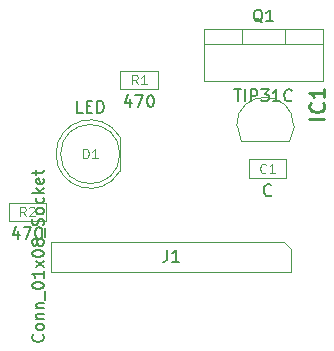
<source format=gbr>
G04 #@! TF.GenerationSoftware,KiCad,Pcbnew,9.0.0*
G04 #@! TF.CreationDate,2025-10-07T06:41:58-03:00*
G04 #@! TF.ProjectId,control temperatura_v3,636f6e74-726f-46c2-9074-656d70657261,rev?*
G04 #@! TF.SameCoordinates,Original*
G04 #@! TF.FileFunction,AssemblyDrawing,Top*
%FSLAX46Y46*%
G04 Gerber Fmt 4.6, Leading zero omitted, Abs format (unit mm)*
G04 Created by KiCad (PCBNEW 9.0.0) date 2025-10-07 06:41:58*
%MOMM*%
%LPD*%
G01*
G04 APERTURE LIST*
%ADD10C,0.150000*%
%ADD11C,0.120000*%
%ADD12C,0.254000*%
%ADD13C,0.100000*%
G04 APERTURE END LIST*
D10*
X130099580Y-81820239D02*
X130147200Y-81867858D01*
X130147200Y-81867858D02*
X130194819Y-82010715D01*
X130194819Y-82010715D02*
X130194819Y-82105953D01*
X130194819Y-82105953D02*
X130147200Y-82248810D01*
X130147200Y-82248810D02*
X130051961Y-82344048D01*
X130051961Y-82344048D02*
X129956723Y-82391667D01*
X129956723Y-82391667D02*
X129766247Y-82439286D01*
X129766247Y-82439286D02*
X129623390Y-82439286D01*
X129623390Y-82439286D02*
X129432914Y-82391667D01*
X129432914Y-82391667D02*
X129337676Y-82344048D01*
X129337676Y-82344048D02*
X129242438Y-82248810D01*
X129242438Y-82248810D02*
X129194819Y-82105953D01*
X129194819Y-82105953D02*
X129194819Y-82010715D01*
X129194819Y-82010715D02*
X129242438Y-81867858D01*
X129242438Y-81867858D02*
X129290057Y-81820239D01*
X130194819Y-81248810D02*
X130147200Y-81344048D01*
X130147200Y-81344048D02*
X130099580Y-81391667D01*
X130099580Y-81391667D02*
X130004342Y-81439286D01*
X130004342Y-81439286D02*
X129718628Y-81439286D01*
X129718628Y-81439286D02*
X129623390Y-81391667D01*
X129623390Y-81391667D02*
X129575771Y-81344048D01*
X129575771Y-81344048D02*
X129528152Y-81248810D01*
X129528152Y-81248810D02*
X129528152Y-81105953D01*
X129528152Y-81105953D02*
X129575771Y-81010715D01*
X129575771Y-81010715D02*
X129623390Y-80963096D01*
X129623390Y-80963096D02*
X129718628Y-80915477D01*
X129718628Y-80915477D02*
X130004342Y-80915477D01*
X130004342Y-80915477D02*
X130099580Y-80963096D01*
X130099580Y-80963096D02*
X130147200Y-81010715D01*
X130147200Y-81010715D02*
X130194819Y-81105953D01*
X130194819Y-81105953D02*
X130194819Y-81248810D01*
X129528152Y-80486905D02*
X130194819Y-80486905D01*
X129623390Y-80486905D02*
X129575771Y-80439286D01*
X129575771Y-80439286D02*
X129528152Y-80344048D01*
X129528152Y-80344048D02*
X129528152Y-80201191D01*
X129528152Y-80201191D02*
X129575771Y-80105953D01*
X129575771Y-80105953D02*
X129671009Y-80058334D01*
X129671009Y-80058334D02*
X130194819Y-80058334D01*
X129528152Y-79582143D02*
X130194819Y-79582143D01*
X129623390Y-79582143D02*
X129575771Y-79534524D01*
X129575771Y-79534524D02*
X129528152Y-79439286D01*
X129528152Y-79439286D02*
X129528152Y-79296429D01*
X129528152Y-79296429D02*
X129575771Y-79201191D01*
X129575771Y-79201191D02*
X129671009Y-79153572D01*
X129671009Y-79153572D02*
X130194819Y-79153572D01*
X130290057Y-78915477D02*
X130290057Y-78153572D01*
X129194819Y-77725000D02*
X129194819Y-77629762D01*
X129194819Y-77629762D02*
X129242438Y-77534524D01*
X129242438Y-77534524D02*
X129290057Y-77486905D01*
X129290057Y-77486905D02*
X129385295Y-77439286D01*
X129385295Y-77439286D02*
X129575771Y-77391667D01*
X129575771Y-77391667D02*
X129813866Y-77391667D01*
X129813866Y-77391667D02*
X130004342Y-77439286D01*
X130004342Y-77439286D02*
X130099580Y-77486905D01*
X130099580Y-77486905D02*
X130147200Y-77534524D01*
X130147200Y-77534524D02*
X130194819Y-77629762D01*
X130194819Y-77629762D02*
X130194819Y-77725000D01*
X130194819Y-77725000D02*
X130147200Y-77820238D01*
X130147200Y-77820238D02*
X130099580Y-77867857D01*
X130099580Y-77867857D02*
X130004342Y-77915476D01*
X130004342Y-77915476D02*
X129813866Y-77963095D01*
X129813866Y-77963095D02*
X129575771Y-77963095D01*
X129575771Y-77963095D02*
X129385295Y-77915476D01*
X129385295Y-77915476D02*
X129290057Y-77867857D01*
X129290057Y-77867857D02*
X129242438Y-77820238D01*
X129242438Y-77820238D02*
X129194819Y-77725000D01*
X130194819Y-76439286D02*
X130194819Y-77010714D01*
X130194819Y-76725000D02*
X129194819Y-76725000D01*
X129194819Y-76725000D02*
X129337676Y-76820238D01*
X129337676Y-76820238D02*
X129432914Y-76915476D01*
X129432914Y-76915476D02*
X129480533Y-77010714D01*
X130194819Y-76105952D02*
X129528152Y-75582143D01*
X129528152Y-76105952D02*
X130194819Y-75582143D01*
X129194819Y-75010714D02*
X129194819Y-74915476D01*
X129194819Y-74915476D02*
X129242438Y-74820238D01*
X129242438Y-74820238D02*
X129290057Y-74772619D01*
X129290057Y-74772619D02*
X129385295Y-74725000D01*
X129385295Y-74725000D02*
X129575771Y-74677381D01*
X129575771Y-74677381D02*
X129813866Y-74677381D01*
X129813866Y-74677381D02*
X130004342Y-74725000D01*
X130004342Y-74725000D02*
X130099580Y-74772619D01*
X130099580Y-74772619D02*
X130147200Y-74820238D01*
X130147200Y-74820238D02*
X130194819Y-74915476D01*
X130194819Y-74915476D02*
X130194819Y-75010714D01*
X130194819Y-75010714D02*
X130147200Y-75105952D01*
X130147200Y-75105952D02*
X130099580Y-75153571D01*
X130099580Y-75153571D02*
X130004342Y-75201190D01*
X130004342Y-75201190D02*
X129813866Y-75248809D01*
X129813866Y-75248809D02*
X129575771Y-75248809D01*
X129575771Y-75248809D02*
X129385295Y-75201190D01*
X129385295Y-75201190D02*
X129290057Y-75153571D01*
X129290057Y-75153571D02*
X129242438Y-75105952D01*
X129242438Y-75105952D02*
X129194819Y-75010714D01*
X129623390Y-74105952D02*
X129575771Y-74201190D01*
X129575771Y-74201190D02*
X129528152Y-74248809D01*
X129528152Y-74248809D02*
X129432914Y-74296428D01*
X129432914Y-74296428D02*
X129385295Y-74296428D01*
X129385295Y-74296428D02*
X129290057Y-74248809D01*
X129290057Y-74248809D02*
X129242438Y-74201190D01*
X129242438Y-74201190D02*
X129194819Y-74105952D01*
X129194819Y-74105952D02*
X129194819Y-73915476D01*
X129194819Y-73915476D02*
X129242438Y-73820238D01*
X129242438Y-73820238D02*
X129290057Y-73772619D01*
X129290057Y-73772619D02*
X129385295Y-73725000D01*
X129385295Y-73725000D02*
X129432914Y-73725000D01*
X129432914Y-73725000D02*
X129528152Y-73772619D01*
X129528152Y-73772619D02*
X129575771Y-73820238D01*
X129575771Y-73820238D02*
X129623390Y-73915476D01*
X129623390Y-73915476D02*
X129623390Y-74105952D01*
X129623390Y-74105952D02*
X129671009Y-74201190D01*
X129671009Y-74201190D02*
X129718628Y-74248809D01*
X129718628Y-74248809D02*
X129813866Y-74296428D01*
X129813866Y-74296428D02*
X130004342Y-74296428D01*
X130004342Y-74296428D02*
X130099580Y-74248809D01*
X130099580Y-74248809D02*
X130147200Y-74201190D01*
X130147200Y-74201190D02*
X130194819Y-74105952D01*
X130194819Y-74105952D02*
X130194819Y-73915476D01*
X130194819Y-73915476D02*
X130147200Y-73820238D01*
X130147200Y-73820238D02*
X130099580Y-73772619D01*
X130099580Y-73772619D02*
X130004342Y-73725000D01*
X130004342Y-73725000D02*
X129813866Y-73725000D01*
X129813866Y-73725000D02*
X129718628Y-73772619D01*
X129718628Y-73772619D02*
X129671009Y-73820238D01*
X129671009Y-73820238D02*
X129623390Y-73915476D01*
X130290057Y-73534524D02*
X130290057Y-72772619D01*
X130147200Y-72582142D02*
X130194819Y-72439285D01*
X130194819Y-72439285D02*
X130194819Y-72201190D01*
X130194819Y-72201190D02*
X130147200Y-72105952D01*
X130147200Y-72105952D02*
X130099580Y-72058333D01*
X130099580Y-72058333D02*
X130004342Y-72010714D01*
X130004342Y-72010714D02*
X129909104Y-72010714D01*
X129909104Y-72010714D02*
X129813866Y-72058333D01*
X129813866Y-72058333D02*
X129766247Y-72105952D01*
X129766247Y-72105952D02*
X129718628Y-72201190D01*
X129718628Y-72201190D02*
X129671009Y-72391666D01*
X129671009Y-72391666D02*
X129623390Y-72486904D01*
X129623390Y-72486904D02*
X129575771Y-72534523D01*
X129575771Y-72534523D02*
X129480533Y-72582142D01*
X129480533Y-72582142D02*
X129385295Y-72582142D01*
X129385295Y-72582142D02*
X129290057Y-72534523D01*
X129290057Y-72534523D02*
X129242438Y-72486904D01*
X129242438Y-72486904D02*
X129194819Y-72391666D01*
X129194819Y-72391666D02*
X129194819Y-72153571D01*
X129194819Y-72153571D02*
X129242438Y-72010714D01*
X130194819Y-71439285D02*
X130147200Y-71534523D01*
X130147200Y-71534523D02*
X130099580Y-71582142D01*
X130099580Y-71582142D02*
X130004342Y-71629761D01*
X130004342Y-71629761D02*
X129718628Y-71629761D01*
X129718628Y-71629761D02*
X129623390Y-71582142D01*
X129623390Y-71582142D02*
X129575771Y-71534523D01*
X129575771Y-71534523D02*
X129528152Y-71439285D01*
X129528152Y-71439285D02*
X129528152Y-71296428D01*
X129528152Y-71296428D02*
X129575771Y-71201190D01*
X129575771Y-71201190D02*
X129623390Y-71153571D01*
X129623390Y-71153571D02*
X129718628Y-71105952D01*
X129718628Y-71105952D02*
X130004342Y-71105952D01*
X130004342Y-71105952D02*
X130099580Y-71153571D01*
X130099580Y-71153571D02*
X130147200Y-71201190D01*
X130147200Y-71201190D02*
X130194819Y-71296428D01*
X130194819Y-71296428D02*
X130194819Y-71439285D01*
X130147200Y-70248809D02*
X130194819Y-70344047D01*
X130194819Y-70344047D02*
X130194819Y-70534523D01*
X130194819Y-70534523D02*
X130147200Y-70629761D01*
X130147200Y-70629761D02*
X130099580Y-70677380D01*
X130099580Y-70677380D02*
X130004342Y-70724999D01*
X130004342Y-70724999D02*
X129718628Y-70724999D01*
X129718628Y-70724999D02*
X129623390Y-70677380D01*
X129623390Y-70677380D02*
X129575771Y-70629761D01*
X129575771Y-70629761D02*
X129528152Y-70534523D01*
X129528152Y-70534523D02*
X129528152Y-70344047D01*
X129528152Y-70344047D02*
X129575771Y-70248809D01*
X130194819Y-69820237D02*
X129194819Y-69820237D01*
X129813866Y-69724999D02*
X130194819Y-69439285D01*
X129528152Y-69439285D02*
X129909104Y-69820237D01*
X130147200Y-68629761D02*
X130194819Y-68724999D01*
X130194819Y-68724999D02*
X130194819Y-68915475D01*
X130194819Y-68915475D02*
X130147200Y-69010713D01*
X130147200Y-69010713D02*
X130051961Y-69058332D01*
X130051961Y-69058332D02*
X129671009Y-69058332D01*
X129671009Y-69058332D02*
X129575771Y-69010713D01*
X129575771Y-69010713D02*
X129528152Y-68915475D01*
X129528152Y-68915475D02*
X129528152Y-68724999D01*
X129528152Y-68724999D02*
X129575771Y-68629761D01*
X129575771Y-68629761D02*
X129671009Y-68582142D01*
X129671009Y-68582142D02*
X129766247Y-68582142D01*
X129766247Y-68582142D02*
X129861485Y-69058332D01*
X129528152Y-68296427D02*
X129528152Y-67915475D01*
X129194819Y-68153570D02*
X130051961Y-68153570D01*
X130051961Y-68153570D02*
X130147200Y-68105951D01*
X130147200Y-68105951D02*
X130194819Y-68010713D01*
X130194819Y-68010713D02*
X130194819Y-67915475D01*
X140626666Y-74679819D02*
X140626666Y-75394104D01*
X140626666Y-75394104D02*
X140579047Y-75536961D01*
X140579047Y-75536961D02*
X140483809Y-75632200D01*
X140483809Y-75632200D02*
X140340952Y-75679819D01*
X140340952Y-75679819D02*
X140245714Y-75679819D01*
X141626666Y-75679819D02*
X141055238Y-75679819D01*
X141340952Y-75679819D02*
X141340952Y-74679819D01*
X141340952Y-74679819D02*
X141245714Y-74822676D01*
X141245714Y-74822676D02*
X141150476Y-74917914D01*
X141150476Y-74917914D02*
X141055238Y-74965533D01*
X128038095Y-73058152D02*
X128038095Y-73724819D01*
X127800000Y-72677200D02*
X127561905Y-73391485D01*
X127561905Y-73391485D02*
X128180952Y-73391485D01*
X128466667Y-72724819D02*
X129133333Y-72724819D01*
X129133333Y-72724819D02*
X128704762Y-73724819D01*
X129704762Y-72724819D02*
X129800000Y-72724819D01*
X129800000Y-72724819D02*
X129895238Y-72772438D01*
X129895238Y-72772438D02*
X129942857Y-72820057D01*
X129942857Y-72820057D02*
X129990476Y-72915295D01*
X129990476Y-72915295D02*
X130038095Y-73105771D01*
X130038095Y-73105771D02*
X130038095Y-73343866D01*
X130038095Y-73343866D02*
X129990476Y-73534342D01*
X129990476Y-73534342D02*
X129942857Y-73629580D01*
X129942857Y-73629580D02*
X129895238Y-73677200D01*
X129895238Y-73677200D02*
X129800000Y-73724819D01*
X129800000Y-73724819D02*
X129704762Y-73724819D01*
X129704762Y-73724819D02*
X129609524Y-73677200D01*
X129609524Y-73677200D02*
X129561905Y-73629580D01*
X129561905Y-73629580D02*
X129514286Y-73534342D01*
X129514286Y-73534342D02*
X129466667Y-73343866D01*
X129466667Y-73343866D02*
X129466667Y-73105771D01*
X129466667Y-73105771D02*
X129514286Y-72915295D01*
X129514286Y-72915295D02*
X129561905Y-72820057D01*
X129561905Y-72820057D02*
X129609524Y-72772438D01*
X129609524Y-72772438D02*
X129704762Y-72724819D01*
D11*
X128666667Y-71813855D02*
X128400000Y-71432902D01*
X128209524Y-71813855D02*
X128209524Y-71013855D01*
X128209524Y-71013855D02*
X128514286Y-71013855D01*
X128514286Y-71013855D02*
X128590476Y-71051950D01*
X128590476Y-71051950D02*
X128628571Y-71090045D01*
X128628571Y-71090045D02*
X128666667Y-71166236D01*
X128666667Y-71166236D02*
X128666667Y-71280521D01*
X128666667Y-71280521D02*
X128628571Y-71356712D01*
X128628571Y-71356712D02*
X128590476Y-71394807D01*
X128590476Y-71394807D02*
X128514286Y-71432902D01*
X128514286Y-71432902D02*
X128209524Y-71432902D01*
X128971428Y-71090045D02*
X129009524Y-71051950D01*
X129009524Y-71051950D02*
X129085714Y-71013855D01*
X129085714Y-71013855D02*
X129276190Y-71013855D01*
X129276190Y-71013855D02*
X129352381Y-71051950D01*
X129352381Y-71051950D02*
X129390476Y-71090045D01*
X129390476Y-71090045D02*
X129428571Y-71166236D01*
X129428571Y-71166236D02*
X129428571Y-71242426D01*
X129428571Y-71242426D02*
X129390476Y-71356712D01*
X129390476Y-71356712D02*
X128933333Y-71813855D01*
X128933333Y-71813855D02*
X129428571Y-71813855D01*
D12*
X153949318Y-63539762D02*
X152679318Y-63539762D01*
X153828365Y-62209285D02*
X153888842Y-62269761D01*
X153888842Y-62269761D02*
X153949318Y-62451190D01*
X153949318Y-62451190D02*
X153949318Y-62572142D01*
X153949318Y-62572142D02*
X153888842Y-62753571D01*
X153888842Y-62753571D02*
X153767889Y-62874523D01*
X153767889Y-62874523D02*
X153646937Y-62935000D01*
X153646937Y-62935000D02*
X153405032Y-62995476D01*
X153405032Y-62995476D02*
X153223603Y-62995476D01*
X153223603Y-62995476D02*
X152981699Y-62935000D01*
X152981699Y-62935000D02*
X152860746Y-62874523D01*
X152860746Y-62874523D02*
X152739794Y-62753571D01*
X152739794Y-62753571D02*
X152679318Y-62572142D01*
X152679318Y-62572142D02*
X152679318Y-62451190D01*
X152679318Y-62451190D02*
X152739794Y-62269761D01*
X152739794Y-62269761D02*
X152800270Y-62209285D01*
X153949318Y-60999761D02*
X153949318Y-61725476D01*
X153949318Y-61362619D02*
X152679318Y-61362619D01*
X152679318Y-61362619D02*
X152860746Y-61483571D01*
X152860746Y-61483571D02*
X152981699Y-61604523D01*
X152981699Y-61604523D02*
X153042175Y-61725476D01*
D10*
X133469142Y-63042819D02*
X132992952Y-63042819D01*
X132992952Y-63042819D02*
X132992952Y-62042819D01*
X133802476Y-62519009D02*
X134135809Y-62519009D01*
X134278666Y-63042819D02*
X133802476Y-63042819D01*
X133802476Y-63042819D02*
X133802476Y-62042819D01*
X133802476Y-62042819D02*
X134278666Y-62042819D01*
X134707238Y-63042819D02*
X134707238Y-62042819D01*
X134707238Y-62042819D02*
X134945333Y-62042819D01*
X134945333Y-62042819D02*
X135088190Y-62090438D01*
X135088190Y-62090438D02*
X135183428Y-62185676D01*
X135183428Y-62185676D02*
X135231047Y-62280914D01*
X135231047Y-62280914D02*
X135278666Y-62471390D01*
X135278666Y-62471390D02*
X135278666Y-62614247D01*
X135278666Y-62614247D02*
X135231047Y-62804723D01*
X135231047Y-62804723D02*
X135183428Y-62899961D01*
X135183428Y-62899961D02*
X135088190Y-62995200D01*
X135088190Y-62995200D02*
X134945333Y-63042819D01*
X134945333Y-63042819D02*
X134707238Y-63042819D01*
D11*
X133521524Y-66911855D02*
X133521524Y-66111855D01*
X133521524Y-66111855D02*
X133712000Y-66111855D01*
X133712000Y-66111855D02*
X133826286Y-66149950D01*
X133826286Y-66149950D02*
X133902476Y-66226140D01*
X133902476Y-66226140D02*
X133940571Y-66302331D01*
X133940571Y-66302331D02*
X133978667Y-66454712D01*
X133978667Y-66454712D02*
X133978667Y-66568998D01*
X133978667Y-66568998D02*
X133940571Y-66721379D01*
X133940571Y-66721379D02*
X133902476Y-66797569D01*
X133902476Y-66797569D02*
X133826286Y-66873760D01*
X133826286Y-66873760D02*
X133712000Y-66911855D01*
X133712000Y-66911855D02*
X133521524Y-66911855D01*
X134740571Y-66911855D02*
X134283428Y-66911855D01*
X134512000Y-66911855D02*
X134512000Y-66111855D01*
X134512000Y-66111855D02*
X134435809Y-66226140D01*
X134435809Y-66226140D02*
X134359619Y-66302331D01*
X134359619Y-66302331D02*
X134283428Y-66340426D01*
D10*
X146313810Y-61079819D02*
X146885238Y-61079819D01*
X146599524Y-62079819D02*
X146599524Y-61079819D01*
X147218572Y-62079819D02*
X147218572Y-61079819D01*
X147694762Y-62079819D02*
X147694762Y-61079819D01*
X147694762Y-61079819D02*
X148075714Y-61079819D01*
X148075714Y-61079819D02*
X148170952Y-61127438D01*
X148170952Y-61127438D02*
X148218571Y-61175057D01*
X148218571Y-61175057D02*
X148266190Y-61270295D01*
X148266190Y-61270295D02*
X148266190Y-61413152D01*
X148266190Y-61413152D02*
X148218571Y-61508390D01*
X148218571Y-61508390D02*
X148170952Y-61556009D01*
X148170952Y-61556009D02*
X148075714Y-61603628D01*
X148075714Y-61603628D02*
X147694762Y-61603628D01*
X148599524Y-61079819D02*
X149218571Y-61079819D01*
X149218571Y-61079819D02*
X148885238Y-61460771D01*
X148885238Y-61460771D02*
X149028095Y-61460771D01*
X149028095Y-61460771D02*
X149123333Y-61508390D01*
X149123333Y-61508390D02*
X149170952Y-61556009D01*
X149170952Y-61556009D02*
X149218571Y-61651247D01*
X149218571Y-61651247D02*
X149218571Y-61889342D01*
X149218571Y-61889342D02*
X149170952Y-61984580D01*
X149170952Y-61984580D02*
X149123333Y-62032200D01*
X149123333Y-62032200D02*
X149028095Y-62079819D01*
X149028095Y-62079819D02*
X148742381Y-62079819D01*
X148742381Y-62079819D02*
X148647143Y-62032200D01*
X148647143Y-62032200D02*
X148599524Y-61984580D01*
X150170952Y-62079819D02*
X149599524Y-62079819D01*
X149885238Y-62079819D02*
X149885238Y-61079819D01*
X149885238Y-61079819D02*
X149790000Y-61222676D01*
X149790000Y-61222676D02*
X149694762Y-61317914D01*
X149694762Y-61317914D02*
X149599524Y-61365533D01*
X151170952Y-61984580D02*
X151123333Y-62032200D01*
X151123333Y-62032200D02*
X150980476Y-62079819D01*
X150980476Y-62079819D02*
X150885238Y-62079819D01*
X150885238Y-62079819D02*
X150742381Y-62032200D01*
X150742381Y-62032200D02*
X150647143Y-61936961D01*
X150647143Y-61936961D02*
X150599524Y-61841723D01*
X150599524Y-61841723D02*
X150551905Y-61651247D01*
X150551905Y-61651247D02*
X150551905Y-61508390D01*
X150551905Y-61508390D02*
X150599524Y-61317914D01*
X150599524Y-61317914D02*
X150647143Y-61222676D01*
X150647143Y-61222676D02*
X150742381Y-61127438D01*
X150742381Y-61127438D02*
X150885238Y-61079819D01*
X150885238Y-61079819D02*
X150980476Y-61079819D01*
X150980476Y-61079819D02*
X151123333Y-61127438D01*
X151123333Y-61127438D02*
X151170952Y-61175057D01*
X148694761Y-55405057D02*
X148599523Y-55357438D01*
X148599523Y-55357438D02*
X148504285Y-55262200D01*
X148504285Y-55262200D02*
X148361428Y-55119342D01*
X148361428Y-55119342D02*
X148266190Y-55071723D01*
X148266190Y-55071723D02*
X148170952Y-55071723D01*
X148218571Y-55309819D02*
X148123333Y-55262200D01*
X148123333Y-55262200D02*
X148028095Y-55166961D01*
X148028095Y-55166961D02*
X147980476Y-54976485D01*
X147980476Y-54976485D02*
X147980476Y-54643152D01*
X147980476Y-54643152D02*
X148028095Y-54452676D01*
X148028095Y-54452676D02*
X148123333Y-54357438D01*
X148123333Y-54357438D02*
X148218571Y-54309819D01*
X148218571Y-54309819D02*
X148409047Y-54309819D01*
X148409047Y-54309819D02*
X148504285Y-54357438D01*
X148504285Y-54357438D02*
X148599523Y-54452676D01*
X148599523Y-54452676D02*
X148647142Y-54643152D01*
X148647142Y-54643152D02*
X148647142Y-54976485D01*
X148647142Y-54976485D02*
X148599523Y-55166961D01*
X148599523Y-55166961D02*
X148504285Y-55262200D01*
X148504285Y-55262200D02*
X148409047Y-55309819D01*
X148409047Y-55309819D02*
X148218571Y-55309819D01*
X149599523Y-55309819D02*
X149028095Y-55309819D01*
X149313809Y-55309819D02*
X149313809Y-54309819D01*
X149313809Y-54309819D02*
X149218571Y-54452676D01*
X149218571Y-54452676D02*
X149123333Y-54547914D01*
X149123333Y-54547914D02*
X149028095Y-54595533D01*
X149434523Y-70009580D02*
X149386904Y-70057200D01*
X149386904Y-70057200D02*
X149244047Y-70104819D01*
X149244047Y-70104819D02*
X149148809Y-70104819D01*
X149148809Y-70104819D02*
X149005952Y-70057200D01*
X149005952Y-70057200D02*
X148910714Y-69961961D01*
X148910714Y-69961961D02*
X148863095Y-69866723D01*
X148863095Y-69866723D02*
X148815476Y-69676247D01*
X148815476Y-69676247D02*
X148815476Y-69533390D01*
X148815476Y-69533390D02*
X148863095Y-69342914D01*
X148863095Y-69342914D02*
X148910714Y-69247676D01*
X148910714Y-69247676D02*
X149005952Y-69152438D01*
X149005952Y-69152438D02*
X149148809Y-69104819D01*
X149148809Y-69104819D02*
X149244047Y-69104819D01*
X149244047Y-69104819D02*
X149386904Y-69152438D01*
X149386904Y-69152438D02*
X149434523Y-69200057D01*
D11*
X148991667Y-68087664D02*
X148953571Y-68125760D01*
X148953571Y-68125760D02*
X148839286Y-68163855D01*
X148839286Y-68163855D02*
X148763095Y-68163855D01*
X148763095Y-68163855D02*
X148648809Y-68125760D01*
X148648809Y-68125760D02*
X148572619Y-68049569D01*
X148572619Y-68049569D02*
X148534524Y-67973379D01*
X148534524Y-67973379D02*
X148496428Y-67820998D01*
X148496428Y-67820998D02*
X148496428Y-67706712D01*
X148496428Y-67706712D02*
X148534524Y-67554331D01*
X148534524Y-67554331D02*
X148572619Y-67478140D01*
X148572619Y-67478140D02*
X148648809Y-67401950D01*
X148648809Y-67401950D02*
X148763095Y-67363855D01*
X148763095Y-67363855D02*
X148839286Y-67363855D01*
X148839286Y-67363855D02*
X148953571Y-67401950D01*
X148953571Y-67401950D02*
X148991667Y-67440045D01*
X149753571Y-68163855D02*
X149296428Y-68163855D01*
X149525000Y-68163855D02*
X149525000Y-67363855D01*
X149525000Y-67363855D02*
X149448809Y-67478140D01*
X149448809Y-67478140D02*
X149372619Y-67554331D01*
X149372619Y-67554331D02*
X149296428Y-67592426D01*
D10*
X137513095Y-61883152D02*
X137513095Y-62549819D01*
X137275000Y-61502200D02*
X137036905Y-62216485D01*
X137036905Y-62216485D02*
X137655952Y-62216485D01*
X137941667Y-61549819D02*
X138608333Y-61549819D01*
X138608333Y-61549819D02*
X138179762Y-62549819D01*
X139179762Y-61549819D02*
X139275000Y-61549819D01*
X139275000Y-61549819D02*
X139370238Y-61597438D01*
X139370238Y-61597438D02*
X139417857Y-61645057D01*
X139417857Y-61645057D02*
X139465476Y-61740295D01*
X139465476Y-61740295D02*
X139513095Y-61930771D01*
X139513095Y-61930771D02*
X139513095Y-62168866D01*
X139513095Y-62168866D02*
X139465476Y-62359342D01*
X139465476Y-62359342D02*
X139417857Y-62454580D01*
X139417857Y-62454580D02*
X139370238Y-62502200D01*
X139370238Y-62502200D02*
X139275000Y-62549819D01*
X139275000Y-62549819D02*
X139179762Y-62549819D01*
X139179762Y-62549819D02*
X139084524Y-62502200D01*
X139084524Y-62502200D02*
X139036905Y-62454580D01*
X139036905Y-62454580D02*
X138989286Y-62359342D01*
X138989286Y-62359342D02*
X138941667Y-62168866D01*
X138941667Y-62168866D02*
X138941667Y-61930771D01*
X138941667Y-61930771D02*
X138989286Y-61740295D01*
X138989286Y-61740295D02*
X139036905Y-61645057D01*
X139036905Y-61645057D02*
X139084524Y-61597438D01*
X139084524Y-61597438D02*
X139179762Y-61549819D01*
D11*
X138141667Y-60638855D02*
X137875000Y-60257902D01*
X137684524Y-60638855D02*
X137684524Y-59838855D01*
X137684524Y-59838855D02*
X137989286Y-59838855D01*
X137989286Y-59838855D02*
X138065476Y-59876950D01*
X138065476Y-59876950D02*
X138103571Y-59915045D01*
X138103571Y-59915045D02*
X138141667Y-59991236D01*
X138141667Y-59991236D02*
X138141667Y-60105521D01*
X138141667Y-60105521D02*
X138103571Y-60181712D01*
X138103571Y-60181712D02*
X138065476Y-60219807D01*
X138065476Y-60219807D02*
X137989286Y-60257902D01*
X137989286Y-60257902D02*
X137684524Y-60257902D01*
X138903571Y-60638855D02*
X138446428Y-60638855D01*
X138675000Y-60638855D02*
X138675000Y-59838855D01*
X138675000Y-59838855D02*
X138598809Y-59953140D01*
X138598809Y-59953140D02*
X138522619Y-60029331D01*
X138522619Y-60029331D02*
X138446428Y-60067426D01*
D13*
X150485000Y-73955000D02*
X151120000Y-74590000D01*
X130800000Y-73955000D02*
X150485000Y-73955000D01*
X151120000Y-74590000D02*
X151120000Y-76495000D01*
X151120000Y-76495000D02*
X130800000Y-76495000D01*
X130800000Y-76495000D02*
X130800000Y-73955000D01*
X127200000Y-70650000D02*
X130400000Y-70650000D01*
X127200000Y-72250000D02*
X127200000Y-70650000D01*
X130400000Y-70650000D02*
X130400000Y-72250000D01*
X130400000Y-72250000D02*
X127200000Y-72250000D01*
X146505000Y-64155000D02*
X146505000Y-64185000D01*
X146505000Y-64185000D02*
X146920000Y-65425000D01*
X146920000Y-65425000D02*
X148920000Y-65425000D01*
X148920000Y-65425000D02*
X150920000Y-65425000D01*
X150920000Y-65425000D02*
X151335000Y-64185000D01*
X151335000Y-64155000D02*
X151335000Y-64155000D01*
X151335000Y-64185000D02*
X151335000Y-64155000D01*
X146505000Y-64155000D02*
G75*
G02*
X151335000Y-64155000I2415000J0D01*
G01*
X136612000Y-68017694D02*
X136612000Y-65078306D01*
X136612000Y-68017694D02*
G75*
G02*
X136611954Y-65078228I-2500000J1469694D01*
G01*
X136612000Y-66548000D02*
G75*
G02*
X131612000Y-66548000I-2500000J0D01*
G01*
X131612000Y-66548000D02*
G75*
G02*
X136612000Y-66548000I2500000J0D01*
G01*
X143790000Y-55975000D02*
X143790000Y-60375000D01*
X143790000Y-57245000D02*
X153790000Y-57245000D01*
X143790000Y-60375000D02*
X153790000Y-60375000D01*
X146940000Y-55975000D02*
X146940000Y-57245000D01*
X150640000Y-55975000D02*
X150640000Y-57245000D01*
X153790000Y-55975000D02*
X143790000Y-55975000D01*
X153790000Y-60375000D02*
X153790000Y-55975000D01*
X147525000Y-67000000D02*
X150725000Y-67000000D01*
X147525000Y-68600000D02*
X147525000Y-67000000D01*
X150725000Y-67000000D02*
X150725000Y-68600000D01*
X150725000Y-68600000D02*
X147525000Y-68600000D01*
X136675000Y-59475000D02*
X139875000Y-59475000D01*
X136675000Y-61075000D02*
X136675000Y-59475000D01*
X139875000Y-59475000D02*
X139875000Y-61075000D01*
X139875000Y-61075000D02*
X136675000Y-61075000D01*
M02*

</source>
